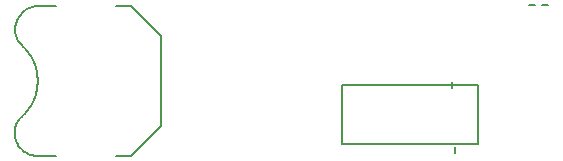
<source format=gbo>
G75*
G70*
%OFA0B0*%
%FSLAX24Y24*%
%IPPOS*%
%LPD*%
%AMOC8*
5,1,8,0,0,1.08239X$1,22.5*
%
%ADD10C,0.0080*%
D10*
X001474Y002435D02*
X002074Y002435D01*
X001474Y002435D02*
X001420Y002437D01*
X001367Y002443D01*
X001314Y002452D01*
X001261Y002465D01*
X001210Y002482D01*
X001160Y002502D01*
X001111Y002526D01*
X001065Y002553D01*
X001020Y002583D01*
X000978Y002617D01*
X000938Y002653D01*
X000900Y002692D01*
X000866Y002734D01*
X000834Y002777D01*
X000806Y002823D01*
X000781Y002871D01*
X000759Y002921D01*
X000741Y002972D01*
X000726Y003024D01*
X000716Y003076D01*
X000709Y003130D01*
X000705Y003184D01*
X000706Y003238D01*
X000710Y003292D01*
X000718Y003345D01*
X000730Y003398D01*
X000745Y003450D01*
X000764Y003500D01*
X000787Y003549D01*
X000813Y003597D01*
X000842Y003642D01*
X000874Y003685D01*
X000935Y003736D01*
X000993Y003791D01*
X001049Y003848D01*
X001101Y003908D01*
X001151Y003970D01*
X001197Y004035D01*
X001240Y004102D01*
X001280Y004171D01*
X001316Y004242D01*
X001349Y004314D01*
X001378Y004389D01*
X001403Y004464D01*
X001425Y004541D01*
X001442Y004618D01*
X001456Y004697D01*
X001466Y004776D01*
X001472Y004855D01*
X001474Y004935D01*
X001472Y005015D01*
X001466Y005094D01*
X001456Y005173D01*
X001442Y005252D01*
X001425Y005329D01*
X001403Y005406D01*
X001378Y005481D01*
X001349Y005556D01*
X001316Y005628D01*
X001280Y005699D01*
X001240Y005768D01*
X001197Y005835D01*
X001151Y005900D01*
X001101Y005962D01*
X001049Y006022D01*
X000993Y006079D01*
X000935Y006134D01*
X000874Y006185D01*
X000875Y006185D02*
X000844Y006230D01*
X000817Y006277D01*
X000793Y006326D01*
X000772Y006377D01*
X000755Y006429D01*
X000742Y006482D01*
X000732Y006536D01*
X000726Y006590D01*
X000724Y006645D01*
X000726Y006699D01*
X000731Y006754D01*
X000740Y006808D01*
X000753Y006861D01*
X000770Y006913D01*
X000790Y006964D01*
X000814Y007013D01*
X000841Y007061D01*
X000871Y007106D01*
X000904Y007149D01*
X000941Y007190D01*
X000980Y007229D01*
X001021Y007264D01*
X001065Y007297D01*
X001111Y007326D01*
X001159Y007352D01*
X001209Y007375D01*
X001260Y007394D01*
X001313Y007410D01*
X001366Y007422D01*
X001420Y007430D01*
X001474Y007434D01*
X001474Y007435D02*
X002074Y007435D01*
X004074Y007435D02*
X004574Y007435D01*
X005574Y006435D01*
X005574Y003435D01*
X004574Y002435D01*
X004074Y002435D01*
X011621Y002826D02*
X011621Y004794D01*
X016149Y004794D01*
X016149Y002826D01*
X011621Y002826D01*
X015383Y002725D02*
X015383Y002525D01*
X015288Y004711D02*
X015288Y004911D01*
X017865Y007463D02*
X018065Y007463D01*
X018291Y007463D02*
X018491Y007463D01*
M02*

</source>
